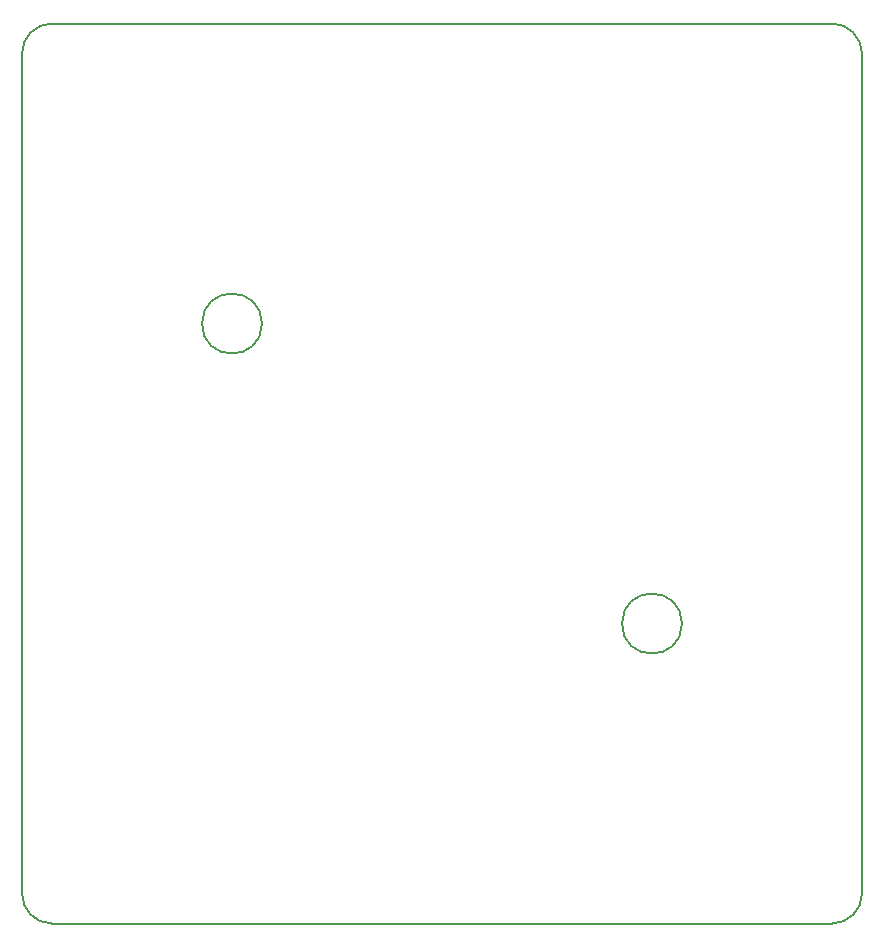
<source format=gm1>
%TF.GenerationSoftware,KiCad,Pcbnew,4.0.1-stable*%
%TF.CreationDate,2017-10-10T15:11:44-05:00*%
%TF.ProjectId,PowerBox,506F776572426F782E6B696361645F70,rev?*%
%TF.FileFunction,Profile,NP*%
%FSLAX46Y46*%
G04 Gerber Fmt 4.6, Leading zero omitted, Abs format (unit mm)*
G04 Created by KiCad (PCBNEW 4.0.1-stable) date 10/10/2017 3:11:44 PM*
%MOMM*%
G01*
G04 APERTURE LIST*
%ADD10C,0.100000*%
%ADD11C,0.150000*%
G04 APERTURE END LIST*
D10*
D11*
X104140000Y-50800000D02*
X170180000Y-50800000D01*
X101600000Y-124460000D02*
X101600000Y-53340000D01*
X170180000Y-127000000D02*
X104140000Y-127000000D01*
X172720000Y-53340000D02*
X172720000Y-124460000D01*
X170180000Y-127000000D02*
G75*
G03X172720000Y-124460000I0J2540000D01*
G01*
X101600000Y-124460000D02*
G75*
G03X104140000Y-127000000I2540000J0D01*
G01*
X104140000Y-50800000D02*
G75*
G03X101600000Y-53340000I0J-2540000D01*
G01*
X172720000Y-53340000D02*
G75*
G03X170180000Y-50800000I-2540000J0D01*
G01*
X157480000Y-101600000D02*
G75*
G03X157480000Y-101600000I-2540000J0D01*
G01*
X121920000Y-76200000D02*
G75*
G03X121920000Y-76200000I-2540000J0D01*
G01*
M02*

</source>
